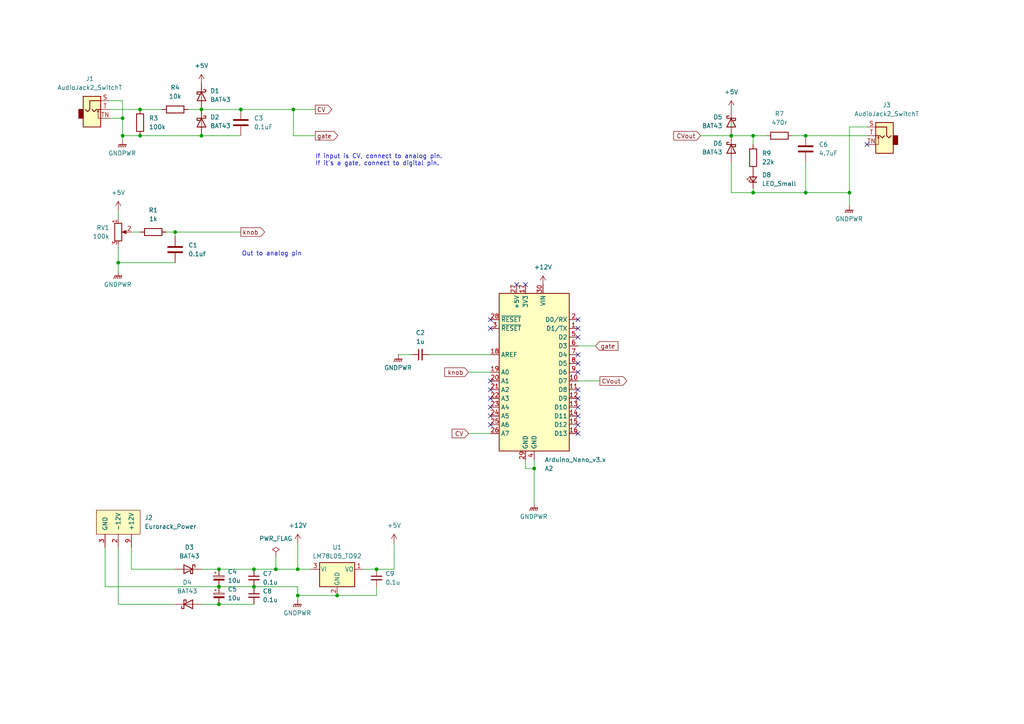
<source format=kicad_sch>
(kicad_sch (version 20231120) (generator "eeschema") (generator_version "8.0")
  (paper "A4")
  (title_block (title "Hagiwo Arduino in and out") (date "2024-11-06") (comment 1 "$6 Bezier curve random CV generator https://note.com/solder_state/n/n39aacefd73a3") (comment 2 "$8 Dual Envelope generator arduino based-DIY Eurorack Modular Synthesizer https://note.com/solder_state/n/n6fb73eb1d8b8"))
  (lib_symbols
    (symbol "Connector_Audio:AudioJack2_SwitchT"
      (property "Reference" "J" (at 0 8.89 0))
      (property "Value" "AudioJack2_SwitchT" (at 0 6.35 0))
      (symbol "AudioJack2_SwitchT_0_1"
        (rectangle (start -2.54 0) (end -3.81 -2.54) (stroke (width 0.254)) (fill (type outline)))
        (polyline (pts (xy 1.778 -0.254) (xy 2.032 -0.762)))
        (polyline (pts (xy 0 0) (xy 0.635 -0.635) (xy 1.27 0) (xy 2.54 0)) (stroke (width 0.254)))
        (polyline (pts (xy 2.54 -2.54) (xy 1.778 -2.54) (xy 1.778 -0.254) (xy 1.524 -0.762)))
        (polyline (pts (xy 2.54 2.54) (xy -0.635 2.54) (xy -0.635 0) (xy -1.27 -0.635) (xy -1.905 0)) (stroke (width 0.254)))
        (rectangle (start 2.54 3.81) (end -2.54 -5.08) (stroke (width 0.254)) (fill (type background)))
      )
      (symbol "AudioJack2_SwitchT_1_1"
        (pin passive line (at 5.08 2.54 180) (length 2.54) (name "~") (number "S"))
        (pin passive line (at 5.08 0 180) (length 2.54) (name "~") (number "T"))
        (pin passive line (at 5.08 -2.54 180) (length 2.54) (name "~") (number "TN"))
      )
    )
    (symbol "Device:C" (pin_numbers hide) (pin_names (offset 0.254))
      (property "Reference" "C" (at 0.635 2.54 0))
      (property "Value" "C" (at 0.635 -2.54 0))
      (symbol "C_0_1"
        (polyline (pts (xy -2.032 -0.762) (xy 2.032 -0.762)) (stroke (width 0.508)))
        (polyline (pts (xy -2.032 0.762) (xy 2.032 0.762)) (stroke (width 0.508)))
      )
      (symbol "C_1_1"
        (pin passive line (at 0 3.81 270) (length 2.794) (name "~") (number "1"))
        (pin passive line (at 0 -3.81 90) (length 2.794) (name "~") (number "2"))
      )
    )
    (symbol "Device:C_Polarized_Small" (pin_numbers hide) (pin_names (offset 0.254) hide)
      (property "Reference" "C" (at 0.254 1.778 0))
      (property "Value" "C_Polarized_Small" (at 0.254 -2.032 0))
      (symbol "C_Polarized_Small_0_1"
        (rectangle (start -1.524 -0.3048) (end 1.524 -0.6858) (fill (type outline)))
        (rectangle (start -1.524 0.6858) (end 1.524 0.3048))
        (polyline (pts (xy -1.27 1.524) (xy -0.762 1.524)))
        (polyline (pts (xy -1.016 1.27) (xy -1.016 1.778)))
      )
      (symbol "C_Polarized_Small_1_1"
        (pin passive line (at 0 2.54 270) (length 1.8542) (name "~") (number "1"))
        (pin passive line (at 0 -2.54 90) (length 1.8542) (name "~") (number "2"))
      )
    )
    (symbol "Device:C_Small" (pin_numbers hide) (pin_names (offset 0.254) hide)
      (property "Reference" "C" (at 0.254 1.778 0))
      (property "Value" "C_Small" (at 0.254 -2.032 0))
      (symbol "C_Small_0_1"
        (polyline (pts (xy -1.524 -0.508) (xy 1.524 -0.508)) (stroke (width 0.3302)))
        (polyline (pts (xy -1.524 0.508) (xy 1.524 0.508)) (stroke (width 0.3048)))
      )
      (symbol "C_Small_1_1"
        (pin passive line (at 0 2.54 270) (length 2.032) (name "~") (number "1"))
        (pin passive line (at 0 -2.54 90) (length 2.032) (name "~") (number "2"))
      )
    )
    (symbol "Device:LED_Small" (pin_numbers hide) (pin_names (offset 0.254) hide)
      (property "Reference" "D" (at -1.27 3.175 0))
      (property "Value" "LED_Small" (at -4.445 -2.54 0))
      (symbol "LED_Small_0_1"
        (polyline (pts (xy -0.762 -1.016) (xy -0.762 1.016)) (stroke (width 0.254)))
        (polyline (pts (xy 1.016 0) (xy -0.762 0)))
        (polyline (pts (xy 0.762 -1.016) (xy -0.762 0) (xy 0.762 1.016) (xy 0.762 -1.016)) (stroke (width 0.254)))
        (polyline (pts (xy 0 0.762) (xy -0.508 1.27) (xy -0.254 1.27) (xy -0.508 1.27) (xy -0.508 1.016)))
        (polyline (pts (xy 0.508 1.27) (xy 0 1.778) (xy 0.254 1.778) (xy 0 1.778) (xy 0 1.524)))
      )
      (symbol "LED_Small_1_1"
        (pin passive line (at -2.54 0 0) (length 1.778) (name "K") (number "1"))
        (pin passive line (at 2.54 0 180) (length 1.778) (name "A") (number "2"))
      )
    )
    (symbol "Device:R" (pin_numbers hide) (pin_names (offset 0))
      (property "Reference" "R" (at 2.032 0 90))
      (property "Value" "R" (at 0 0 90))
      (symbol "R_0_1"
        (rectangle (start -1.016 -2.54) (end 1.016 2.54) (stroke (width 0.254)))
      )
      (symbol "R_1_1"
        (pin passive line (at 0 3.81 270) (length 1.27) (name "~") (number "1"))
        (pin passive line (at 0 -3.81 90) (length 1.27) (name "~") (number "2"))
      )
    )
    (symbol "Device:R_Potentiometer" (pin_names (offset 1.016) hide)
      (property "Reference" "RV" (at -4.445 0 90))
      (property "Value" "R_Potentiometer" (at -2.54 0 90))
      (symbol "R_Potentiometer_0_1"
        (polyline (pts (xy 2.54 0) (xy 1.524 0)))
        (polyline (pts (xy 1.143 0) (xy 2.286 0.508) (xy 2.286 -0.508) (xy 1.143 0)) (fill (type outline)))
        (rectangle (start 1.016 2.54) (end -1.016 -2.54) (stroke (width 0.254)))
      )
      (symbol "R_Potentiometer_1_1"
        (pin passive line (at 0 3.81 270) (length 1.27) (name "1") (number "1"))
        (pin passive line (at 3.81 0 180) (length 1.27) (name "2") (number "2"))
        (pin passive line (at 0 -3.81 90) (length 1.27) (name "3") (number "3"))
      )
    )
    (symbol "Diode:BAT43" (pin_numbers hide) (pin_names (offset 1.016) hide)
      (property "Reference" "D" (at 0 2.54 0))
      (property "Value" "BAT43" (at 0 -2.54 0))
      (symbol "BAT43_0_1"
        (polyline (pts (xy 1.27 0) (xy -1.27 0)))
        (polyline (pts (xy 1.27 1.27) (xy 1.27 -1.27) (xy -1.27 0) (xy 1.27 1.27)) (stroke (width 0.254)))
        (polyline (pts (xy -1.905 0.635) (xy -1.905 1.27) (xy -1.27 1.27) (xy -1.27 -1.27) (xy -0.635 -1.27) (xy -0.635 -0.635)) (stroke (width 0.254)))
      )
      (symbol "BAT43_1_1"
        (pin passive line (at -3.81 0 0) (length 2.54) (name "K") (number "1"))
        (pin passive line (at 3.81 0 180) (length 2.54) (name "A") (number "2"))
      )
    )
    (symbol "MCU_Module:Arduino_Nano_v3.x"
      (property "Reference" "A" (at -10.16 23.495 0))
      (property "Value" "Arduino_Nano_v3.x" (at 5.08 -24.13 0))
      (symbol "Arduino_Nano_v3.x_0_1"
        (rectangle (start -10.16 22.86) (end 10.16 -22.86) (stroke (width 0.254)) (fill (type background)))
      )
      (symbol "Arduino_Nano_v3.x_1_1"
        (pin bidirectional line (at -12.7 12.7 0) (length 2.54) (name "D1/TX") (number "1"))
        (pin bidirectional line (at -12.7 -2.54 0) (length 2.54) (name "D7") (number "10"))
        (pin bidirectional line (at -12.7 -5.08 0) (length 2.54) (name "D8") (number "11"))
        (pin bidirectional line (at -12.7 -7.62 0) (length 2.54) (name "D9") (number "12"))
        (pin bidirectional line (at -12.7 -10.16 0) (length 2.54) (name "D10") (number "13"))
        (pin bidirectional line (at -12.7 -12.7 0) (length 2.54) (name "D11") (number "14"))
        (pin bidirectional line (at -12.7 -15.24 0) (length 2.54) (name "D12") (number "15"))
        (pin bidirectional line (at -12.7 -17.78 0) (length 2.54) (name "D13") (number "16"))
        (pin power_out line (at 2.54 25.4 270) (length 2.54) (name "3V3") (number "17"))
        (pin input line (at 12.7 5.08 180) (length 2.54) (name "AREF") (number "18"))
        (pin bidirectional line (at 12.7 0 180) (length 2.54) (name "A0") (number "19"))
        (pin bidirectional line (at -12.7 15.24 0) (length 2.54) (name "D0/RX") (number "2"))
        (pin bidirectional line (at 12.7 -2.54 180) (length 2.54) (name "A1") (number "20"))
        (pin bidirectional line (at 12.7 -5.08 180) (length 2.54) (name "A2") (number "21"))
        (pin bidirectional line (at 12.7 -7.62 180) (length 2.54) (name "A3") (number "22"))
        (pin bidirectional line (at 12.7 -10.16 180) (length 2.54) (name "A4") (number "23"))
        (pin bidirectional line (at 12.7 -12.7 180) (length 2.54) (name "A5") (number "24"))
        (pin bidirectional line (at 12.7 -15.24 180) (length 2.54) (name "A6") (number "25"))
        (pin bidirectional line (at 12.7 -17.78 180) (length 2.54) (name "A7") (number "26"))
        (pin power_out line (at 5.08 25.4 270) (length 2.54) (name "+5V") (number "27"))
        (pin input line (at 12.7 15.24 180) (length 2.54) (name "~{RESET}") (number "28"))
        (pin power_in line (at 2.54 -25.4 90) (length 2.54) (name "GND") (number "29"))
        (pin input line (at 12.7 12.7 180) (length 2.54) (name "~{RESET}") (number "3"))
        (pin power_in line (at -2.54 25.4 270) (length 2.54) (name "VIN") (number "30"))
        (pin power_in line (at 0 -25.4 90) (length 2.54) (name "GND") (number "4"))
        (pin bidirectional line (at -12.7 10.16 0) (length 2.54) (name "D2") (number "5"))
        (pin bidirectional line (at -12.7 7.62 0) (length 2.54) (name "D3") (number "6"))
        (pin bidirectional line (at -12.7 5.08 0) (length 2.54) (name "D4") (number "7"))
        (pin bidirectional line (at -12.7 2.54 0) (length 2.54) (name "D5") (number "8"))
        (pin bidirectional line (at -12.7 0 0) (length 2.54) (name "D6") (number "9"))
      )
    )
    (symbol "Regulator_Linear:LM78L05_TO92" (pin_names (offset 0.254))
      (property "Reference" "U" (at -3.81 3.175 0))
      (property "Value" "LM78L05_TO92" (at 0 3.175 0))
      (symbol "LM78L05_TO92_0_1"
        (rectangle (start -5.08 -5.08) (end 5.08 1.905) (stroke (width 0.254)) (fill (type background)))
      )
      (symbol "LM78L05_TO92_1_1"
        (pin power_out line (at 7.62 0 180) (length 2.54) (name "VO") (number "1"))
        (pin power_in line (at 0 -7.62 90) (length 2.54) (name "GND") (number "2"))
        (pin power_in line (at -7.62 0 0) (length 2.54) (name "VI") (number "3"))
      )
    )
    (symbol "power:+12V" (power) (pin_numbers hide) (pin_names (offset 0) hide)
      (property "Value" "+12V" (at 0 3.556 0))
      (symbol "+12V_0_1"
        (polyline (pts (xy -0.762 1.27) (xy 0 2.54)))
        (polyline (pts (xy 0 0) (xy 0 2.54)))
        (polyline (pts (xy 0 2.54) (xy 0.762 1.27)))
      )
      (symbol "+12V_1_1"
        (pin power_in line (at 0 0 90) (length 0) (name "~") (number "1"))
      )
    )
    (symbol "power:+5V" (power) (pin_numbers hide) (pin_names (offset 0) hide)
      (property "Value" "+5V" (at 0 3.556 0))
      (symbol "+5V_0_1"
        (polyline (pts (xy -0.762 1.27) (xy 0 2.54)))
        (polyline (pts (xy 0 0) (xy 0 2.54)))
        (polyline (pts (xy 0 2.54) (xy 0.762 1.27)))
      )
      (symbol "+5V_1_1"
        (pin power_in line (at 0 0 90) (length 0) (name "~") (number "1"))
      )
    )
    (symbol "power:GNDPWR" (power) (pin_numbers hide) (pin_names (offset 0) hide)
      (property "Value" "GNDPWR" (at 0 -3.302 0))
      (symbol "GNDPWR_0_1"
        (polyline (pts (xy 0 -1.27) (xy 0 0)))
        (polyline (pts (xy -1.016 -1.27) (xy -1.27 -2.032) (xy -1.27 -2.032)) (stroke (width 0.2032)))
        (polyline (pts (xy -0.508 -1.27) (xy -0.762 -2.032) (xy -0.762 -2.032)) (stroke (width 0.2032)))
        (polyline (pts (xy 0 -1.27) (xy -0.254 -2.032) (xy -0.254 -2.032)) (stroke (width 0.2032)))
        (polyline (pts (xy 0.508 -1.27) (xy 0.254 -2.032) (xy 0.254 -2.032)) (stroke (width 0.2032)))
        (polyline (pts (xy 1.016 -1.27) (xy -1.016 -1.27) (xy -1.016 -1.27)) (stroke (width 0.2032)))
        (polyline (pts (xy 1.016 -1.27) (xy 0.762 -2.032) (xy 0.762 -2.032) (xy 0.762 -2.032)) (stroke (width 0.2032)))
      )
      (symbol "GNDPWR_1_1"
        (pin power_in line (at 0 0 270) (length 0) (name "~") (number "1"))
      )
    )
    (symbol "power:PWR_FLAG" (power) (pin_numbers hide) (pin_names (offset 0) hide)
      (property "Value" "PWR_FLAG" (at 0 3.81 0))
      (symbol "PWR_FLAG_0_0"
        (pin power_out line (at 0 0 90) (length 0) (name "~") (number "1"))
      )
      (symbol "PWR_FLAG_0_1"
        (polyline (pts (xy 0 0) (xy 0 1.27) (xy -1.016 1.905) (xy 0 2.54) (xy 1.016 1.905) (xy 0 1.27)))
      )
    )
    (symbol "winterbloom:Eurorack_Power" (pin_names (offset 1.016))
      (property "Reference" "J" (at -0.635 7.62 0))
      (property "Value" "Eurorack_Power" (at 0 -7.62 0))
      (symbol "Eurorack_Power_0_1"
        (rectangle (start -3.175 6.35) (end 3.81 -6.35) (fill (type background)))
      )
      (symbol "Eurorack_Power_1_1"
        (pin power_out line (at 7.62 0 180) (length 3.81) hide (name "-12V") (number "1"))
        (pin passive line (at 7.62 3.81 180) (length 3.81) hide (name "+12V") (number "10"))
        (pin passive line (at 7.62 0 180) (length 3.81) (name "-12V") (number "2"))
        (pin power_out line (at 7.62 -3.81 180) (length 3.81) (name "GND") (number "3"))
        (pin passive line (at 7.62 -3.81 180) (length 3.81) hide (name "GND") (number "4"))
        (pin passive line (at 7.62 -3.81 180) (length 3.81) hide (name "GND") (number "5"))
        (pin passive line (at 7.62 -3.81 180) (length 3.81) hide (name "GND") (number "6"))
        (pin passive line (at 7.62 -3.81 180) (length 3.81) hide (name "GND") (number "7"))
        (pin passive line (at 7.62 -3.81 180) (length 3.81) hide (name "GND") (number "8"))
        (pin power_out line (at 7.62 3.81 180) (length 3.81) (name "+12V") (number "9"))
      )
    )
  )
  (junction (at 63.5 165.1))
  (junction (at 154.94 135.89))
  (junction (at 69.85 31.75))
  (junction (at 212.09 39.37))
  (junction (at 35.56 34.29))
  (junction (at 58.42 39.37))
  (junction (at 35.56 39.37))
  (junction (at 58.42 31.75))
  (junction (at 86.36 172.72))
  (junction (at 218.44 39.37))
  (junction (at 34.29 76.2))
  (junction (at 233.68 55.88))
  (junction (at 246.38 55.88))
  (junction (at 40.64 39.37))
  (junction (at 73.66 165.1))
  (junction (at 233.68 39.37))
  (junction (at 40.64 31.75))
  (junction (at 109.22 165.1))
  (junction (at 80.01 165.1))
  (junction (at 85.09 31.75))
  (junction (at 50.8 67.31))
  (junction (at 218.44 55.88))
  (junction (at 97.79 172.72))
  (junction (at 86.36 165.1))
  (junction (at 63.5 170.18))
  (junction (at 73.66 170.18))
  (junction (at 63.5 175.26))
  (no_connect (at 142.24 113.03))
  (no_connect (at 251.46 41.91))
  (no_connect (at 142.24 115.57))
  (no_connect (at 142.24 92.71))
  (no_connect (at 167.64 120.65))
  (no_connect (at 167.64 97.79))
  (no_connect (at 149.86 82.55))
  (no_connect (at 167.64 115.57))
  (no_connect (at 167.64 102.87))
  (no_connect (at 142.24 95.25))
  (no_connect (at 142.24 110.49))
  (no_connect (at 142.24 118.11))
  (no_connect (at 167.64 118.11))
  (no_connect (at 167.64 105.41))
  (no_connect (at 167.64 95.25))
  (no_connect (at 167.64 92.71))
  (no_connect (at 167.64 113.03))
  (no_connect (at 142.24 123.19))
  (no_connect (at 152.4 82.55))
  (no_connect (at 167.64 107.95))
  (no_connect (at 142.24 120.65))
  (no_connect (at 167.64 123.19))
  (no_connect (at 167.64 125.73))
  (wire (pts (xy 246.38 36.83) (xy 246.38 55.88)))
  (wire (pts (xy 73.66 165.1) (xy 80.01 165.1)))
  (wire (pts (xy 31.75 34.29) (xy 35.56 34.29)))
  (wire (pts (xy 203.2 39.37) (xy 212.09 39.37)))
  (wire (pts (xy 30.48 170.18) (xy 63.5 170.18)))
  (wire (pts (xy 58.42 31.75) (xy 69.85 31.75)))
  (wire (pts (xy 124.46 102.87) (xy 142.24 102.87)))
  (wire (pts (xy 40.64 67.31) (xy 38.1 67.31)))
  (wire (pts (xy 35.56 39.37) (xy 40.64 39.37)))
  (wire (pts (xy 31.75 31.75) (xy 40.64 31.75)))
  (wire (pts (xy 233.68 39.37) (xy 251.46 39.37)))
  (wire (pts (xy 251.46 36.83) (xy 246.38 36.83)))
  (wire (pts (xy 48.26 67.31) (xy 50.8 67.31)))
  (wire (pts (xy 85.09 31.75) (xy 91.44 31.75)))
  (wire (pts (xy 86.36 172.72) (xy 86.36 170.18)))
  (wire (pts (xy 229.87 39.37) (xy 233.68 39.37)))
  (wire (pts (xy 91.44 39.37) (xy 85.09 39.37)))
  (wire (pts (xy 35.56 40.64) (xy 35.56 39.37)))
  (wire (pts (xy 54.61 31.75) (xy 58.42 31.75)))
  (wire (pts (xy 86.36 173.99) (xy 86.36 172.72)))
  (wire (pts (xy 63.5 165.1) (xy 73.66 165.1)))
  (wire (pts (xy 34.29 76.2) (xy 34.29 71.12)))
  (wire (pts (xy 114.3 165.1) (xy 114.3 157.48)))
  (wire (pts (xy 212.09 35.56) (xy 212.09 39.37)))
  (wire (pts (xy 212.09 46.99) (xy 212.09 55.88)))
  (wire (pts (xy 172.72 100.33) (xy 167.64 100.33)))
  (wire (pts (xy 58.42 175.26) (xy 63.5 175.26)))
  (wire (pts (xy 85.09 39.37) (xy 85.09 31.75)))
  (wire (pts (xy 58.42 165.1) (xy 63.5 165.1)))
  (wire (pts (xy 90.17 165.1) (xy 86.36 165.1)))
  (wire (pts (xy 154.94 135.89) (xy 154.94 133.35)))
  (wire (pts (xy 58.42 39.37) (xy 69.85 39.37)))
  (wire (pts (xy 218.44 54.61) (xy 218.44 55.88)))
  (wire (pts (xy 109.22 165.1) (xy 114.3 165.1)))
  (wire (pts (xy 212.09 55.88) (xy 218.44 55.88)))
  (wire (pts (xy 109.22 170.18) (xy 109.22 172.72)))
  (wire (pts (xy 35.56 29.21) (xy 31.75 29.21)))
  (wire (pts (xy 50.8 67.31) (xy 69.85 67.31)))
  (wire (pts (xy 35.56 34.29) (xy 35.56 29.21)))
  (wire (pts (xy 34.29 76.2) (xy 34.29 78.74)))
  (wire (pts (xy 154.94 135.89) (xy 154.94 146.05)))
  (wire (pts (xy 34.29 76.2) (xy 50.8 76.2)))
  (wire (pts (xy 218.44 39.37) (xy 212.09 39.37)))
  (wire (pts (xy 69.85 31.75) (xy 85.09 31.75)))
  (wire (pts (xy 50.8 67.31) (xy 50.8 68.58)))
  (wire (pts (xy 246.38 55.88) (xy 246.38 59.69)))
  (wire (pts (xy 34.29 175.26) (xy 50.8 175.26)))
  (wire (pts (xy 86.36 172.72) (xy 97.79 172.72)))
  (wire (pts (xy 80.01 161.29) (xy 80.01 165.1)))
  (wire (pts (xy 40.64 39.37) (xy 58.42 39.37)))
  (wire (pts (xy 38.1 165.1) (xy 50.8 165.1)))
  (wire (pts (xy 63.5 170.18) (xy 73.66 170.18)))
  (wire (pts (xy 80.01 165.1) (xy 86.36 165.1)))
  (wire (pts (xy 46.99 31.75) (xy 40.64 31.75)))
  (wire (pts (xy 73.66 170.18) (xy 86.36 170.18)))
  (wire (pts (xy 218.44 55.88) (xy 233.68 55.88)))
  (wire (pts (xy 222.25 39.37) (xy 218.44 39.37)))
  (wire (pts (xy 86.36 157.48) (xy 86.36 165.1)))
  (wire (pts (xy 173.99 110.49) (xy 167.64 110.49)))
  (wire (pts (xy 105.41 165.1) (xy 109.22 165.1)))
  (wire (pts (xy 152.4 133.35) (xy 152.4 135.89)))
  (wire (pts (xy 152.4 135.89) (xy 154.94 135.89)))
  (wire (pts (xy 38.1 158.75) (xy 38.1 165.1)))
  (wire (pts (xy 218.44 39.37) (xy 218.44 41.91)))
  (wire (pts (xy 115.57 102.87) (xy 119.38 102.87)))
  (wire (pts (xy 233.68 46.99) (xy 233.68 55.88)))
  (wire (pts (xy 109.22 172.72) (xy 97.79 172.72)))
  (wire (pts (xy 35.56 39.37) (xy 35.56 34.29)))
  (wire (pts (xy 63.5 175.26) (xy 73.66 175.26)))
  (wire (pts (xy 233.68 55.88) (xy 246.38 55.88)))
  (wire (pts (xy 34.29 158.75) (xy 34.29 175.26)))
  (wire (pts (xy 135.89 107.95) (xy 142.24 107.95)))
  (wire (pts (xy 135.89 125.73) (xy 142.24 125.73)))
  (wire (pts (xy 30.48 158.75) (xy 30.48 170.18)))
  (wire (pts (xy 34.29 63.5) (xy 34.29 60.96)))
  (text "Out to analog pin\n" (at 70.104 73.66 0) (effects (font (size 1.27 1.27)) (justify left)))
  (text "If input is CV, connect to analog pin.\nIf it's a gate, connect to digital pin." (at 91.44 46.482 0) (effects (font (size 1.27 1.27)) (justify left)))
  (global_label "CV" (shape input) (at 135.89 125.73 180) (property "Intersheetrefs" "${INTERSHEET_REFS}" (effects (hide yes))))
  (global_label "gate" (shape output) (at 91.44 39.37 0) (property "Intersheetrefs" "${INTERSHEET_REFS}" (effects (hide yes))))
  (global_label "CVout" (shape output) (at 173.99 110.49 0) (property "Intersheetrefs" "${INTERSHEET_REFS}" (effects (hide yes))))
  (global_label "knob" (shape input) (at 135.89 107.95 180) (property "Intersheetrefs" "${INTERSHEET_REFS}" (effects (hide yes))))
  (global_label "CV" (shape output) (at 91.44 31.75 0) (property "Intersheetrefs" "${INTERSHEET_REFS}" (effects (hide yes))))
  (global_label "knob" (shape output) (at 69.85 67.31 0) (property "Intersheetrefs" "${INTERSHEET_REFS}" (effects (hide yes))))
  (global_label "CVout" (shape input) (at 203.2 39.37 180) (property "Intersheetrefs" "${INTERSHEET_REFS}" (effects (hide yes))))
  (global_label "gate" (shape input) (at 172.72 100.33 0) (property "Intersheetrefs" "${INTERSHEET_REFS}" (effects (hide yes))))
  (symbol (lib_id "Device:C_Small") (at 109.22 167.64 0) (unit 1)
    (property "Reference" "C9" (at 111.76 166.3762 0) (effects (justify left)))
    (property "Value" "0.1u" (at 111.76 168.9162 0) (effects (justify left)))
    (property "Footprint" "PCM_4ms_Capacitor:C_Disc_P5.08mm" (effects (hide yes)))
    (property "Description" "Unpolarized capacitor, small symbol" (effects (hide yes)))
  )
  (symbol (lib_id "Device:C") (at 69.85 35.56 0) (unit 1)
    (property "Reference" "C3" (at 73.66 34.2899 0) (effects (justify left)))
    (property "Value" "0.1uF" (at 73.66 36.8299 0) (effects (justify left)))
    (property "Footprint" "PCM_4ms_Capacitor:C_Disc_P5.08mm" (effects (hide yes)))
    (property "Description" "Unpolarized capacitor" (effects (hide yes)))
  )
  (symbol (lib_id "power:+12V") (at 157.48 82.55 0) (unit 1)
    (property "Reference" "#PWR012" (effects (hide yes)))
    (property "Value" "+12V" (at 157.48 77.47 0))
    (property "Description" "Power symbol creates a global label with name \"+12V\"" (effects (hide yes)))
  )
  (symbol (lib_id "Diode:BAT43") (at 212.09 35.56 90) (mirror x) (unit 1)
    (property "Reference" "D5" (at 209.55 33.9724 90) (effects (justify left)))
    (property "Value" "BAT43" (at 209.55 36.5124 90) (effects (justify left)))
    (property "Footprint" "Diode_THT:D_DO-35_SOD27_P7.62mm_Horizontal" (effects (hide yes)))
    (property "Datasheet" "http://www.vishay.com/docs/85660/bat42.pdf" (effects (hide yes)))
    (property "Description" "30V 0.2A Small Signal Schottky Diode, DO-35" (effects (hide yes)))
  )
  (symbol (lib_id "power:+5V") (at 34.29 60.96 0) (unit 1)
    (property "Reference" "#PWR02" (effects (hide yes)))
    (property "Value" "+5V" (at 34.29 55.88 0))
    (property "Description" "Power symbol creates a global label with name \"+5V\"" (effects (hide yes)))
  )
  (symbol (lib_id "Connector_Audio:AudioJack2_SwitchT") (at 26.67 31.75 0) (unit 1)
    (property "Reference" "J1" (at 26.035 22.86 0))
    (property "Value" "AudioJack2_SwitchT" (at 26.035 25.4 0))
    (property "Description" "Audio Jack, 2 Poles (Mono / TS), Switched T Pole (Normalling)" (effects (hide yes)))
  )
  (symbol (lib_id "Device:R") (at 226.06 39.37 90) (mirror x) (unit 1)
    (property "Reference" "R7" (at 226.06 33.02 90))
    (property "Value" "470r" (at 226.06 35.56 90))
    (property "Footprint" "PCM_4ms_Resistor:R_Axial_DIN0207_L6.3mm_D2.5mm_P7.62mm_Horizontal" (effects (hide yes)))
    (property "Description" "Resistor" (effects (hide yes)))
  )
  (symbol (lib_id "power:GNDPWR") (at 34.29 78.74 0) (unit 1)
    (property "Reference" "#PWR03" (effects (hide yes)))
    (property "Value" "GNDPWR" (at 34.163 82.55 0))
    (property "Description" "Power symbol creates a global label with name \"GNDPWR\" , global ground" (effects (hide yes)))
  )
  (symbol (lib_id "Regulator_Linear:LM78L05_TO92") (at 97.79 165.1 0) (unit 1)
    (property "Reference" "U1" (at 97.79 158.75 0))
    (property "Value" "LM78L05_TO92" (at 97.79 161.29 0))
    (property "Footprint" "Package_TO_SOT_THT:TO-92_Inline" (effects (hide yes)))
    (property "Datasheet" "https://www.onsemi.com/pub/Collateral/MC78L06A-D.pdf" (effects (hide yes)))
    (property "Description" "Positive 100mA 30V Linear Regulator, Fixed Output 5V, TO-92" (effects (hide yes)))
  )
  (symbol (lib_id "Device:C") (at 233.68 43.18 0) (mirror y) (unit 1)
    (property "Reference" "C6" (at 237.49 41.9099 0) (effects (justify right)))
    (property "Value" "4.7uF" (at 237.49 44.4499 0) (effects (justify right)))
    (property "Footprint" "PCM_4ms_Capacitor:CP_Tantalum_EIA-6032-28_Kemet-C" (effects (hide yes)))
    (property "Description" "Unpolarized capacitor" (effects (hide yes)))
  )
  (symbol (lib_id "Diode:BAT43") (at 54.61 165.1 0) (mirror y) (unit 1)
    (property "Reference" "D3" (at 54.9275 158.75 0))
    (property "Value" "BAT43" (at 54.9275 161.29 0))
    (property "Footprint" "Diode_THT:D_DO-35_SOD27_P7.62mm_Horizontal" (effects (hide yes)))
    (property "Datasheet" "http://www.vishay.com/docs/85660/bat42.pdf" (effects (hide yes)))
    (property "Description" "30V 0.2A Small Signal Schottky Diode, DO-35" (effects (hide yes)))
  )
  (symbol (lib_id "Device:C_Small") (at 73.66 167.64 0) (unit 1)
    (property "Reference" "C7" (at 76.2 166.3762 0) (effects (justify left)))
    (property "Value" "0.1u" (at 76.2 168.9162 0) (effects (justify left)))
    (property "Footprint" "PCM_4ms_Capacitor:C_Disc_P5.08mm" (effects (hide yes)))
    (property "Description" "Unpolarized capacitor, small symbol" (effects (hide yes)))
  )
  (symbol (lib_id "power:GNDPWR") (at 86.36 173.99 0) (unit 1)
    (property "Reference" "#PWR09" (effects (hide yes)))
    (property "Value" "GNDPWR" (at 86.233 177.8 0))
    (property "Description" "Power symbol creates a global label with name \"GNDPWR\" , global ground" (effects (hide yes)))
  )
  (symbol (lib_id "Device:R") (at 40.64 35.56 0) (unit 1)
    (property "Reference" "R3" (at 43.18 34.2899 0) (effects (justify left)))
    (property "Value" "100k" (at 43.18 36.8299 0) (effects (justify left)))
    (property "Footprint" "PCM_4ms_Resistor:R_Axial_DIN0207_L6.3mm_D2.5mm_P7.62mm_Horizontal" (effects (hide yes)))
    (property "Description" "Resistor" (effects (hide yes)))
  )
  (symbol (lib_id "Diode:BAT43") (at 212.09 43.18 90) (mirror x) (unit 1)
    (property "Reference" "D6" (at 209.55 41.5924 90) (effects (justify left)))
    (property "Value" "BAT43" (at 209.55 44.1324 90) (effects (justify left)))
    (property "Footprint" "Diode_THT:D_DO-35_SOD27_P7.62mm_Horizontal" (effects (hide yes)))
    (property "Datasheet" "http://www.vishay.com/docs/85660/bat42.pdf" (effects (hide yes)))
    (property "Description" "30V 0.2A Small Signal Schottky Diode, DO-35" (effects (hide yes)))
  )
  (symbol (lib_id "power:GNDPWR") (at 35.56 40.64 0) (unit 1)
    (property "Reference" "#PWR04" (effects (hide yes)))
    (property "Value" "GNDPWR" (at 35.433 44.45 0))
    (property "Description" "Power symbol creates a global label with name \"GNDPWR\" , global ground" (effects (hide yes)))
  )
  (symbol (lib_id "power:+5V") (at 212.09 31.75 0) (mirror y) (unit 1)
    (property "Reference" "#PWR08" (effects (hide yes)))
    (property "Value" "+5V" (at 212.09 26.67 0))
    (property "Description" "Power symbol creates a global label with name \"+5V\"" (effects (hide yes)))
  )
  (symbol (lib_id "Diode:BAT43") (at 58.42 27.94 270) (unit 1)
    (property "Reference" "D1" (at 60.96 26.3524 90) (effects (justify left)))
    (property "Value" "BAT43" (at 60.96 28.8924 90) (effects (justify left)))
    (property "Footprint" "Diode_THT:D_DO-35_SOD27_P7.62mm_Horizontal" (effects (hide yes)))
    (property "Datasheet" "http://www.vishay.com/docs/85660/bat42.pdf" (effects (hide yes)))
    (property "Description" "30V 0.2A Small Signal Schottky Diode, DO-35" (effects (hide yes)))
  )
  (symbol (lib_id "Device:C_Polarized_Small") (at 63.5 167.64 0) (unit 1)
    (property "Reference" "C4" (at 66.04 165.8238 0) (effects (justify left)))
    (property "Value" "10u" (at 66.04 168.3638 0) (effects (justify left)))
    (property "Footprint" "PCM_4ms_Capacitor:CP_Elec_5x5.3" (effects (hide yes)))
    (property "Description" "Polarized capacitor, small symbol" (effects (hide yes)))
  )
  (symbol (lib_id "power:GNDPWR") (at 246.38 59.69 0) (unit 1)
    (property "Reference" "#PWR06" (effects (hide yes)))
    (property "Value" "GNDPWR" (at 246.253 63.5 0))
    (property "Description" "Power symbol creates a global label with name \"GNDPWR\" , global ground" (effects (hide yes)))
  )
  (symbol (lib_id "power:+5V") (at 114.3 157.48 0) (unit 1)
    (property "Reference" "#PWR011" (effects (hide yes)))
    (property "Value" "+5V" (at 114.3 152.4 0))
    (property "Description" "Power symbol creates a global label with name \"+5V\"" (effects (hide yes)))
  )
  (symbol (lib_id "Device:C_Polarized_Small") (at 63.5 172.72 0) (unit 1)
    (property "Reference" "C5" (at 66.04 170.9038 0) (effects (justify left)))
    (property "Value" "10u" (at 66.04 173.4438 0) (effects (justify left)))
    (property "Footprint" "PCM_4ms_Capacitor:CP_Elec_5x5.3" (effects (hide yes)))
    (property "Description" "Polarized capacitor, small symbol" (effects (hide yes)))
  )
  (symbol (lib_id "Diode:BAT43") (at 54.61 175.26 0) (mirror x) (unit 1)
    (property "Reference" "D4" (at 54.2925 168.91 0))
    (property "Value" "BAT43" (at 54.2925 171.45 0))
    (property "Footprint" "Diode_THT:D_DO-35_SOD27_P7.62mm_Horizontal" (effects (hide yes)))
    (property "Datasheet" "http://www.vishay.com/docs/85660/bat42.pdf" (effects (hide yes)))
    (property "Description" "30V 0.2A Small Signal Schottky Diode, DO-35" (effects (hide yes)))
  )
  (symbol (lib_id "Device:LED_Small") (at 218.44 52.07 90) (unit 1)
    (property "Reference" "D8" (at 220.98 50.7364 90) (effects (justify right)))
    (property "Value" "LED_Small" (at 220.98 53.2764 90) (effects (justify right)))
    (property "Footprint" "PCM_4ms_LED:LED_5mm_RightAngle" (effects (hide yes)))
    (property "Description" "Light emitting diode, small symbol" (effects (hide yes)))
  )
  (symbol (lib_id "power:+5V") (at 58.42 24.13 0) (unit 1)
    (property "Reference" "#PWR010" (effects (hide yes)))
    (property "Value" "+5V" (at 58.42 19.05 0))
    (property "Description" "Power symbol creates a global label with name \"+5V\"" (effects (hide yes)))
  )
  (symbol (lib_id "power:GNDPWR") (at 115.57 102.87 0) (unit 1)
    (property "Reference" "#PWR07" (effects (hide yes)))
    (property "Value" "GNDPWR" (at 115.443 106.68 0))
    (property "Description" "Power symbol creates a global label with name \"GNDPWR\" , global ground" (effects (hide yes)))
  )
  (symbol (lib_id "Device:C_Small") (at 73.66 172.72 0) (unit 1)
    (property "Reference" "C8" (at 76.2 171.4562 0) (effects (justify left)))
    (property "Value" "0.1u" (at 76.2 173.9962 0) (effects (justify left)))
    (property "Footprint" "PCM_4ms_Capacitor:C_Disc_P5.08mm" (effects (hide yes)))
    (property "Description" "Unpolarized capacitor, small symbol" (effects (hide yes)))
  )
  (symbol (lib_id "Device:R") (at 50.8 31.75 90) (unit 1)
    (property "Reference" "R4" (at 50.8 25.4 90))
    (property "Value" "10k" (at 50.8 27.94 90))
    (property "Footprint" "PCM_4ms_Resistor:R_Axial_DIN0207_L6.3mm_D2.5mm_P7.62mm_Horizontal" (effects (hide yes)))
    (property "Description" "Resistor" (effects (hide yes)))
  )
  (symbol (lib_id "power:GNDPWR") (at 154.94 146.05 0) (unit 1)
    (property "Reference" "#PWR01" (effects (hide yes)))
    (property "Value" "GNDPWR" (at 154.813 149.86 0))
    (property "Description" "Power symbol creates a global label with name \"GNDPWR\" , global ground" (effects (hide yes)))
  )
  (symbol (lib_id "Device:R") (at 218.44 45.72 0) (mirror y) (unit 1)
    (property "Reference" "R9" (at 220.98 44.4499 0) (effects (justify right)))
    (property "Value" "22k" (at 220.98 46.9899 0) (effects (justify right)))
    (property "Footprint" "PCM_4ms_Resistor:R_Axial_DIN0207_L6.3mm_D2.5mm_P7.62mm_Horizontal" (effects (hide yes)))
    (property "Description" "Resistor" (effects (hide yes)))
  )
  (symbol (lib_id "Connector_Audio:AudioJack2_SwitchT") (at 256.54 39.37 0) (mirror y) (unit 1)
    (property "Reference" "J3" (at 257.175 30.48 0))
    (property "Value" "AudioJack2_SwitchT" (at 257.175 33.02 0))
    (property "Footprint" "PCM_4ms_Jack:Jack_3.5mm_CUI_SJ-3523-SMT_Horizontal" (effects (hide yes)))
    (property "Description" "Audio Jack, 2 Poles (Mono / TS), Switched T Pole (Normalling)" (effects (hide yes)))
  )
  (symbol (lib_id "Device:C_Small") (at 121.92 102.87 90) (unit 1)
    (property "Reference" "C2" (at 121.9263 96.52 90))
    (property "Value" "1u" (at 121.9263 99.06 90))
    (property "Footprint" "PCM_4ms_Capacitor:CP_Tantalum_EIA-6032-28_Kemet-C" (effects (hide yes)))
    (property "Description" "Unpolarized capacitor, small symbol" (effects (hide yes)))
  )
  (symbol (lib_id "winterbloom:Eurorack_Power") (at 34.29 151.13 270) (unit 1)
    (property "Reference" "J2" (at 41.91 150.1774 90) (effects (justify left)))
    (property "Value" "Eurorack_Power" (at 41.91 152.7174 90) (effects (justify left)))
    (property "Footprint" "PCM_4ms_Connector:Pins_2x05_2.54mm_TH_Europower" (effects (hide yes)))
    (property "Datasheet" "https://static6.arrow.com/aropdfconversion/1507f1621f4e67855dd466ebb3ac550d52564a9d/32302-sxx1.pdf" (effects (hide yes)))
    (property "Description" "Shrouded, keyed, Eurorack power header, 02x05, 2.54mm spacing" (effects (hide yes)))
    (property "MPN" "302-S101" (effects (hide yes)))
  )
  (symbol (lib_id "Device:R") (at 44.45 67.31 270) (unit 1)
    (property "Reference" "R1" (at 44.45 60.96 90))
    (property "Value" "1k" (at 44.45 63.5 90))
    (property "Footprint" "PCM_4ms_Resistor:R_Axial_DIN0207_L6.3mm_D2.5mm_P7.62mm_Horizontal" (effects (hide yes)))
    (property "Description" "Resistor" (effects (hide yes)))
  )
  (symbol (lib_id "power:+12V") (at 86.36 157.48 0) (unit 1)
    (property "Reference" "#PWR05" (effects (hide yes)))
    (property "Value" "+12V" (at 86.36 152.4 0))
    (property "Description" "Power symbol creates a global label with name \"+12V\"" (effects (hide yes)))
  )
  (symbol (lib_id "Device:R_Potentiometer") (at 34.29 67.31 0) (unit 1)
    (property "Reference" "RV1" (at 31.75 66.0399 0) (effects (justify right)))
    (property "Value" "100k" (at 31.75 68.5799 0) (effects (justify right)))
    (property "Footprint" "PCM_4ms_Resistor:R_Axial_DIN0207_L6.3mm_D2.5mm_P7.62mm_Horizontal" (effects (hide yes)))
    (property "Description" "Potentiometer" (effects (hide yes)))
  )
  (symbol (lib_id "Diode:BAT43") (at 58.42 35.56 270) (unit 1)
    (property "Reference" "D2" (at 60.96 33.9724 90) (effects (justify left)))
    (property "Value" "BAT43" (at 60.96 36.5124 90) (effects (justify left)))
    (property "Footprint" "Diode_THT:D_DO-35_SOD27_P7.62mm_Horizontal" (effects (hide yes)))
    (property "Datasheet" "http://www.vishay.com/docs/85660/bat42.pdf" (effects (hide yes)))
    (property "Description" "30V 0.2A Small Signal Schottky Diode, DO-35" (effects (hide yes)))
  )
  (symbol (lib_id "MCU_Module:Arduino_Nano_v3.x") (at 154.94 107.95 0) (mirror y) (unit 1)
    (property "Reference" "A2" (at 157.9565 135.89 0) (effects (justify right)))
    (property "Value" "Arduino_Nano_v3.x" (at 157.9565 133.35 0) (effects (justify right)))
    (property "Footprint" "Module:Arduino_Nano" (effects (hide yes)))
    (property "Datasheet" "http://www.mouser.com/pdfdocs/Gravitech_Arduino_Nano3_0.pdf" (effects (hide yes)))
    (property "Description" "Arduino Nano v3.x" (effects (hide yes)))
  )
  (symbol (lib_id "Device:C") (at 50.8 72.39 0) (unit 1)
    (property "Reference" "C1" (at 54.61 71.1199 0) (effects (justify left)))
    (property "Value" "0.1uf" (at 54.61 73.6599 0) (effects (justify left)))
    (property "Footprint" "PCM_4ms_Capacitor:C_Disc_P5.08mm" (effects (hide yes)))
    (property "Description" "Unpolarized capacitor" (effects (hide yes)))
  )
  (symbol (lib_id "power:PWR_FLAG") (at 80.01 161.29 0) (unit 1)
    (property "Reference" "#FLG01" (effects (hide yes)))
    (property "Value" "PWR_FLAG" (at 80.01 156.21 0))
    (property "Description" "Special symbol for telling ERC where power comes from" (effects (hide yes)))
  )
)
</source>
